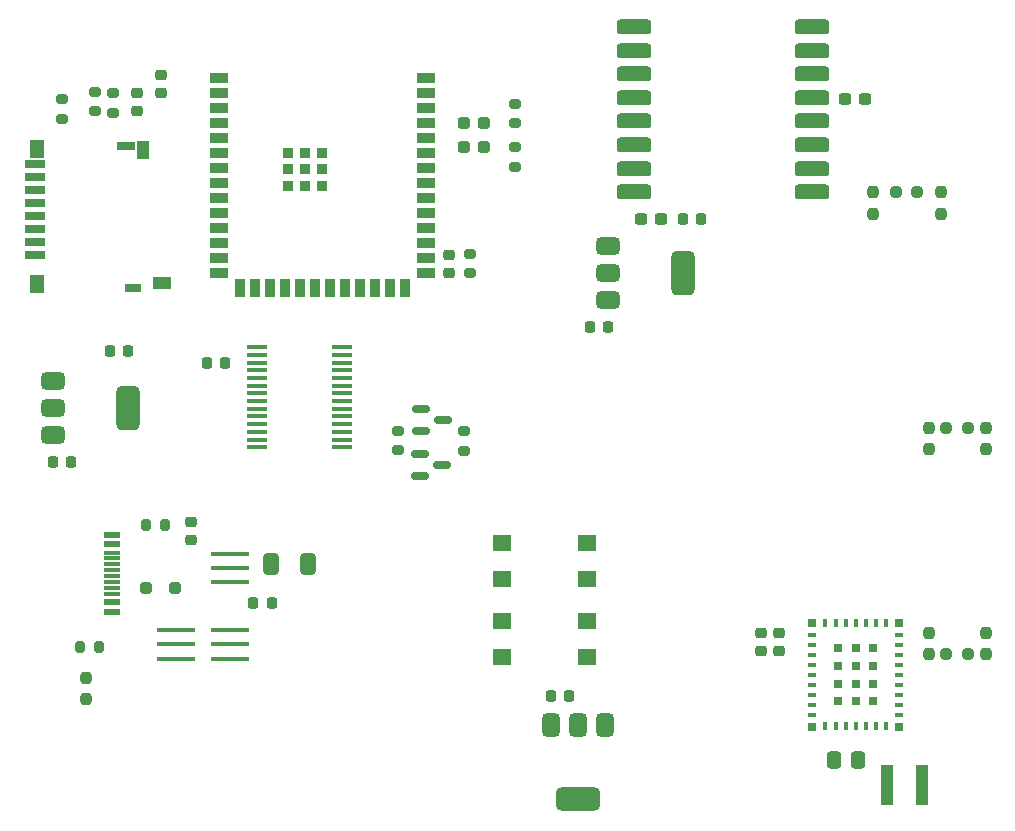
<source format=gbr>
%TF.GenerationSoftware,KiCad,Pcbnew,9.0.0*%
%TF.CreationDate,2025-04-10T09:35:26+02:00*%
%TF.ProjectId,3band_testboard_mcu_based,3362616e-645f-4746-9573-74626f617264,1.0*%
%TF.SameCoordinates,Original*%
%TF.FileFunction,Paste,Top*%
%TF.FilePolarity,Positive*%
%FSLAX46Y46*%
G04 Gerber Fmt 4.6, Leading zero omitted, Abs format (unit mm)*
G04 Created by KiCad (PCBNEW 9.0.0) date 2025-04-10 09:35:26*
%MOMM*%
%LPD*%
G01*
G04 APERTURE LIST*
G04 Aperture macros list*
%AMRoundRect*
0 Rectangle with rounded corners*
0 $1 Rounding radius*
0 $2 $3 $4 $5 $6 $7 $8 $9 X,Y pos of 4 corners*
0 Add a 4 corners polygon primitive as box body*
4,1,4,$2,$3,$4,$5,$6,$7,$8,$9,$2,$3,0*
0 Add four circle primitives for the rounded corners*
1,1,$1+$1,$2,$3*
1,1,$1+$1,$4,$5*
1,1,$1+$1,$6,$7*
1,1,$1+$1,$8,$9*
0 Add four rect primitives between the rounded corners*
20,1,$1+$1,$2,$3,$4,$5,0*
20,1,$1+$1,$4,$5,$6,$7,0*
20,1,$1+$1,$6,$7,$8,$9,0*
20,1,$1+$1,$8,$9,$2,$3,0*%
G04 Aperture macros list end*
%ADD10R,1.750000X0.700000*%
%ADD11R,1.300000X1.500000*%
%ADD12R,1.500000X0.800000*%
%ADD13R,1.400000X0.800000*%
%ADD14R,1.000000X1.550000*%
%ADD15R,1.550000X1.000000*%
%ADD16RoundRect,0.150000X-0.587500X-0.150000X0.587500X-0.150000X0.587500X0.150000X-0.587500X0.150000X0*%
%ADD17RoundRect,0.237500X0.287500X0.237500X-0.287500X0.237500X-0.287500X-0.237500X0.287500X-0.237500X0*%
%ADD18RoundRect,0.225000X-0.225000X-0.250000X0.225000X-0.250000X0.225000X0.250000X-0.225000X0.250000X0*%
%ADD19R,0.900000X0.900000*%
%ADD20R,1.500000X0.900000*%
%ADD21R,0.900000X1.500000*%
%ADD22RoundRect,0.237500X-0.237500X0.250000X-0.237500X-0.250000X0.237500X-0.250000X0.237500X0.250000X0*%
%ADD23RoundRect,0.225000X0.250000X-0.225000X0.250000X0.225000X-0.250000X0.225000X-0.250000X-0.225000X0*%
%ADD24RoundRect,0.317500X-1.157500X-0.317500X1.157500X-0.317500X1.157500X0.317500X-1.157500X0.317500X0*%
%ADD25RoundRect,0.200000X-0.200000X-0.275000X0.200000X-0.275000X0.200000X0.275000X-0.200000X0.275000X0*%
%ADD26R,0.400000X0.800000*%
%ADD27R,0.800000X0.800000*%
%ADD28R,0.800000X0.400000*%
%ADD29RoundRect,0.237500X-0.300000X-0.237500X0.300000X-0.237500X0.300000X0.237500X-0.300000X0.237500X0*%
%ADD30RoundRect,0.237500X-0.250000X-0.237500X0.250000X-0.237500X0.250000X0.237500X-0.250000X0.237500X0*%
%ADD31RoundRect,0.200000X-0.275000X0.200000X-0.275000X-0.200000X0.275000X-0.200000X0.275000X0.200000X0*%
%ADD32RoundRect,0.225000X0.225000X0.250000X-0.225000X0.250000X-0.225000X-0.250000X0.225000X-0.250000X0*%
%ADD33RoundRect,0.375000X-0.625000X-0.375000X0.625000X-0.375000X0.625000X0.375000X-0.625000X0.375000X0*%
%ADD34RoundRect,0.500000X-0.500000X-1.400000X0.500000X-1.400000X0.500000X1.400000X-0.500000X1.400000X0*%
%ADD35RoundRect,0.237500X0.300000X0.237500X-0.300000X0.237500X-0.300000X-0.237500X0.300000X-0.237500X0*%
%ADD36RoundRect,0.200000X0.275000X-0.200000X0.275000X0.200000X-0.275000X0.200000X-0.275000X-0.200000X0*%
%ADD37RoundRect,0.237500X0.250000X0.237500X-0.250000X0.237500X-0.250000X-0.237500X0.250000X-0.237500X0*%
%ADD38RoundRect,0.200000X0.200000X0.275000X-0.200000X0.275000X-0.200000X-0.275000X0.200000X-0.275000X0*%
%ADD39RoundRect,0.375000X-0.375000X0.625000X-0.375000X-0.625000X0.375000X-0.625000X0.375000X0.625000X0*%
%ADD40RoundRect,0.500000X-1.400000X0.500000X-1.400000X-0.500000X1.400000X-0.500000X1.400000X0.500000X0*%
%ADD41R,1.600000X1.400000*%
%ADD42R,1.100000X3.400000*%
%ADD43R,3.200000X0.400000*%
%ADD44R,1.750000X0.450000*%
%ADD45RoundRect,0.250000X-0.412500X-0.650000X0.412500X-0.650000X0.412500X0.650000X-0.412500X0.650000X0*%
%ADD46R,1.450000X0.600000*%
%ADD47R,1.450000X0.300000*%
%ADD48RoundRect,0.250000X-0.337500X-0.475000X0.337500X-0.475000X0.337500X0.475000X-0.337500X0.475000X0*%
%ADD49RoundRect,0.237500X0.237500X-0.250000X0.237500X0.250000X-0.237500X0.250000X-0.237500X-0.250000X0*%
%ADD50RoundRect,0.250000X0.250000X0.250000X-0.250000X0.250000X-0.250000X-0.250000X0.250000X-0.250000X0*%
G04 APERTURE END LIST*
D10*
%TO.C,J4*%
X78216000Y-53567000D03*
X78216000Y-52467000D03*
X78216000Y-51367000D03*
X78216000Y-50267000D03*
X78216000Y-49167000D03*
X78216000Y-48067000D03*
X78216000Y-46967000D03*
X78216000Y-45867000D03*
D11*
X78441000Y-44567000D03*
X78441000Y-56017000D03*
D12*
X85941000Y-44392000D03*
D13*
X86591000Y-56342000D03*
D14*
X87441000Y-44692000D03*
D15*
X89016000Y-55942000D03*
%TD*%
D16*
%TO.C,Q2*%
X110901000Y-66614000D03*
X110901000Y-68514000D03*
X112776000Y-67564000D03*
%TD*%
D17*
%TO.C,D3*%
X116304000Y-42418000D03*
X114554000Y-42418000D03*
%TD*%
D18*
%TO.C,C13*%
X84582000Y-61722000D03*
X86132000Y-61722000D03*
%TD*%
D19*
%TO.C,U5*%
X99716000Y-44928000D03*
X99716000Y-46328000D03*
X99716000Y-47728000D03*
X101116000Y-44928000D03*
X101116000Y-46328000D03*
X101116000Y-47728000D03*
X102516000Y-44928000D03*
X102516000Y-46328000D03*
X102516000Y-47728000D03*
D20*
X93866000Y-38608000D03*
X93866000Y-39878000D03*
X93866000Y-41148000D03*
X93866000Y-42418000D03*
X93866000Y-43688000D03*
X93866000Y-44958000D03*
X93866000Y-46228000D03*
X93866000Y-47498000D03*
X93866000Y-48768000D03*
X93866000Y-50038000D03*
X93866000Y-51308000D03*
X93866000Y-52578000D03*
X93866000Y-53848000D03*
X93866000Y-55118000D03*
D21*
X95631000Y-56368000D03*
X96901000Y-56368000D03*
X98171000Y-56368000D03*
X99441000Y-56368000D03*
X100711000Y-56368000D03*
X101981000Y-56368000D03*
X103251000Y-56368000D03*
X104521000Y-56368000D03*
X105791000Y-56368000D03*
X107061000Y-56368000D03*
X108331000Y-56368000D03*
X109601000Y-56368000D03*
D20*
X111366000Y-55118000D03*
X111366000Y-53848000D03*
X111366000Y-52578000D03*
X111366000Y-51308000D03*
X111366000Y-50038000D03*
X111366000Y-48768000D03*
X111366000Y-47498000D03*
X111366000Y-46228000D03*
X111366000Y-44958000D03*
X111366000Y-43688000D03*
X111366000Y-42418000D03*
X111366000Y-41148000D03*
X111366000Y-39878000D03*
X111366000Y-38608000D03*
%TD*%
D22*
%TO.C,R18*%
X82550000Y-89361000D03*
X82550000Y-91186000D03*
%TD*%
D23*
%TO.C,C17*%
X113284000Y-55131000D03*
X113284000Y-53581000D03*
%TD*%
D22*
%TO.C,R1*%
X149225000Y-48260000D03*
X149225000Y-50085000D03*
%TD*%
D18*
%TO.C,C11*%
X79756000Y-71120000D03*
X81306000Y-71120000D03*
%TD*%
D24*
%TO.C,U1*%
X129000000Y-34275000D03*
X129000000Y-36275000D03*
X129000000Y-38275000D03*
X129000000Y-40275000D03*
X129000000Y-42275000D03*
X129000000Y-44275000D03*
X129000000Y-46275000D03*
X129000000Y-48275000D03*
X144050000Y-48275000D03*
X144050000Y-46275000D03*
X144050000Y-44275000D03*
X144050000Y-42275000D03*
X144050000Y-40275000D03*
X144050000Y-38275000D03*
X144050000Y-36275000D03*
X144050000Y-34275000D03*
%TD*%
D25*
%TO.C,R14*%
X82042000Y-86740000D03*
X83692000Y-86740000D03*
%TD*%
D23*
%TO.C,C16*%
X91440000Y-77750000D03*
X91440000Y-76200000D03*
%TD*%
D26*
%TO.C,U4*%
X145184000Y-93465000D03*
X146034000Y-93465000D03*
X146884000Y-93465000D03*
X147734000Y-93465000D03*
X148584000Y-93465000D03*
X149434000Y-93465000D03*
X150284000Y-93465000D03*
D27*
X151434000Y-93515000D03*
D28*
X151384000Y-92515000D03*
X151384000Y-91665000D03*
X151384000Y-90815000D03*
X151384000Y-89965000D03*
X151384000Y-89115000D03*
X151384000Y-88265000D03*
X151384000Y-87415000D03*
X151384000Y-86565000D03*
X151384000Y-85715000D03*
D27*
X151434000Y-84765000D03*
D26*
X150284000Y-84765000D03*
X149434000Y-84765000D03*
X148584000Y-84765000D03*
X147734000Y-84765000D03*
X146884000Y-84765000D03*
X146034000Y-84765000D03*
X145184000Y-84765000D03*
D27*
X144034000Y-84715000D03*
D28*
X144084000Y-85715000D03*
X144084000Y-86565000D03*
X144084000Y-87415000D03*
X144084000Y-88265000D03*
X144084000Y-89115000D03*
X144084000Y-89965000D03*
X144084000Y-90815000D03*
X144084000Y-91665000D03*
X144084000Y-92515000D03*
D27*
X144034000Y-93515000D03*
X146234000Y-91365000D03*
X147734000Y-91365000D03*
X149234000Y-91365000D03*
X146234000Y-89865000D03*
X147734000Y-89865000D03*
X149234000Y-89865000D03*
X146234000Y-88365000D03*
X147734000Y-88365000D03*
X149234000Y-88365000D03*
X146234000Y-86865000D03*
X147734000Y-86865000D03*
X149234000Y-86865000D03*
%TD*%
D29*
%TO.C,C1*%
X146812000Y-40386000D03*
X148537000Y-40386000D03*
%TD*%
D16*
%TO.C,Q1*%
X110822500Y-70424000D03*
X110822500Y-72324000D03*
X112697500Y-71374000D03*
%TD*%
D30*
%TO.C,R3*%
X151130000Y-48260000D03*
X152955000Y-48260000D03*
%TD*%
D31*
%TO.C,R15*%
X114554000Y-68517000D03*
X114554000Y-70167000D03*
%TD*%
D32*
%TO.C,C10*%
X126772000Y-59690000D03*
X125222000Y-59690000D03*
%TD*%
D33*
%TO.C,U6*%
X79806000Y-64248000D03*
X79806000Y-66548000D03*
D34*
X86106000Y-66548000D03*
D33*
X79806000Y-68848000D03*
%TD*%
D35*
%TO.C,C18*%
X131265000Y-50546000D03*
X129540000Y-50546000D03*
%TD*%
D23*
%TO.C,C2*%
X88900000Y-39878000D03*
X88900000Y-38328000D03*
%TD*%
D17*
%TO.C,D4*%
X116304000Y-44450000D03*
X114554000Y-44450000D03*
%TD*%
D22*
%TO.C,R2*%
X154940000Y-48260000D03*
X154940000Y-50085000D03*
%TD*%
D23*
%TO.C,C4*%
X86868000Y-41402000D03*
X86868000Y-39852000D03*
%TD*%
D36*
%TO.C,R11*%
X83312000Y-41402000D03*
X83312000Y-39752000D03*
%TD*%
D22*
%TO.C,R9*%
X153924000Y-68199000D03*
X153924000Y-70024000D03*
%TD*%
D37*
%TO.C,R5*%
X157226000Y-87376000D03*
X155401000Y-87376000D03*
%TD*%
D38*
%TO.C,R13*%
X89280000Y-76454000D03*
X87630000Y-76454000D03*
%TD*%
D32*
%TO.C,C3*%
X94361000Y-62738000D03*
X92811000Y-62738000D03*
%TD*%
D39*
%TO.C,U3*%
X126506000Y-93370000D03*
X124206000Y-93370000D03*
D40*
X124206000Y-99670000D03*
D39*
X121906000Y-93370000D03*
%TD*%
D22*
%TO.C,R7*%
X158750000Y-68199000D03*
X158750000Y-70024000D03*
%TD*%
D41*
%TO.C,S2*%
X125012000Y-84606000D03*
X117812000Y-84606000D03*
X125012000Y-87606000D03*
X117812000Y-87606000D03*
%TD*%
D18*
%TO.C,C7*%
X133096000Y-50546000D03*
X134646000Y-50546000D03*
%TD*%
D42*
%TO.C,L1*%
X150368000Y-98425000D03*
X153368000Y-98425000D03*
%TD*%
D36*
%TO.C,R19*%
X118872000Y-42418000D03*
X118872000Y-40768000D03*
%TD*%
D43*
%TO.C,FL3*%
X90170000Y-85344000D03*
X90170000Y-86544000D03*
X90170000Y-87744000D03*
%TD*%
D23*
%TO.C,C6*%
X139700000Y-87122000D03*
X139700000Y-85572000D03*
%TD*%
D44*
%TO.C,U7*%
X104228000Y-69850000D03*
X104228000Y-69200000D03*
X104228000Y-68550000D03*
X104228000Y-67900000D03*
X104228000Y-67250000D03*
X104228000Y-66600000D03*
X104228000Y-65950000D03*
X104228000Y-65300000D03*
X104228000Y-64650000D03*
X104228000Y-64000000D03*
X104228000Y-63350000D03*
X104228000Y-62700000D03*
X104228000Y-62050000D03*
X104228000Y-61400000D03*
X97028000Y-61400000D03*
X97028000Y-62050000D03*
X97028000Y-62700000D03*
X97028000Y-63350000D03*
X97028000Y-64000000D03*
X97028000Y-64650000D03*
X97028000Y-65300000D03*
X97028000Y-65950000D03*
X97028000Y-66600000D03*
X97028000Y-67250000D03*
X97028000Y-67900000D03*
X97028000Y-68550000D03*
X97028000Y-69200000D03*
X97028000Y-69850000D03*
%TD*%
D33*
%TO.C,U2*%
X126796000Y-52818000D03*
X126796000Y-55118000D03*
D34*
X133096000Y-55118000D03*
D33*
X126796000Y-57418000D03*
%TD*%
D45*
%TO.C,C19*%
X98221000Y-79756000D03*
X101346000Y-79756000D03*
%TD*%
D36*
%TO.C,R16*%
X108966000Y-70104000D03*
X108966000Y-68454000D03*
%TD*%
D43*
%TO.C,FL1*%
X94742000Y-85344000D03*
X94742000Y-86544000D03*
X94742000Y-87744000D03*
%TD*%
D46*
%TO.C,J6*%
X84765000Y-77268000D03*
X84765000Y-78068000D03*
D47*
X84765000Y-79268000D03*
X84765000Y-80268000D03*
X84765000Y-80768000D03*
X84765000Y-81768000D03*
D46*
X84765000Y-82968000D03*
X84765000Y-83768000D03*
X84765000Y-83768000D03*
X84765000Y-82968000D03*
D47*
X84765000Y-82268000D03*
X84765000Y-81268000D03*
X84765000Y-79768000D03*
X84765000Y-78768000D03*
D46*
X84765000Y-78068000D03*
X84765000Y-77268000D03*
%TD*%
D23*
%TO.C,C20*%
X141224000Y-87122000D03*
X141224000Y-85572000D03*
%TD*%
D48*
%TO.C,C15*%
X145872000Y-96363500D03*
X147947000Y-96363500D03*
%TD*%
D31*
%TO.C,R17*%
X115062000Y-53468000D03*
X115062000Y-55118000D03*
%TD*%
D37*
%TO.C,R8*%
X157226000Y-68199000D03*
X155401000Y-68199000D03*
%TD*%
D41*
%TO.C,S1*%
X125012000Y-78002000D03*
X117812000Y-78002000D03*
X125012000Y-81002000D03*
X117812000Y-81002000D03*
%TD*%
D36*
%TO.C,R12*%
X80518000Y-42037000D03*
X80518000Y-40387000D03*
%TD*%
D49*
%TO.C,R6*%
X153924000Y-87376000D03*
X153924000Y-85551000D03*
%TD*%
D18*
%TO.C,C5*%
X121907000Y-90932000D03*
X123457000Y-90932000D03*
%TD*%
D43*
%TO.C,FL2*%
X94742000Y-81280000D03*
X94742000Y-80080000D03*
X94742000Y-78880000D03*
%TD*%
D49*
%TO.C,R4*%
X158750000Y-87376000D03*
X158750000Y-85551000D03*
%TD*%
D31*
%TO.C,R10*%
X84836000Y-39878000D03*
X84836000Y-41528000D03*
%TD*%
D50*
%TO.C,D1*%
X90130000Y-81788000D03*
X87630000Y-81788000D03*
%TD*%
D31*
%TO.C,R20*%
X118872000Y-44450000D03*
X118872000Y-46100000D03*
%TD*%
D18*
%TO.C,C14*%
X96748000Y-83058000D03*
X98298000Y-83058000D03*
%TD*%
M02*

</source>
